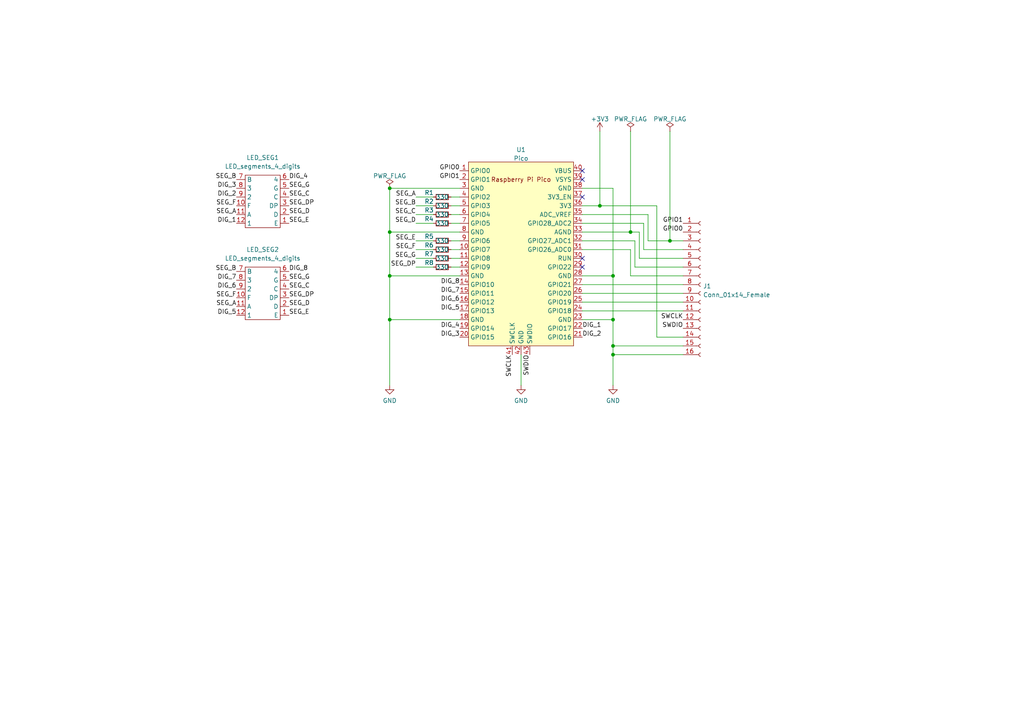
<source format=kicad_sch>
(kicad_sch (version 20211123) (generator eeschema)
  (paper "A4")
  (lib_symbols
    (symbol "Connector:Conn_01x16_Female" (pin_names (offset 1.016) hide)
      (property "Reference" "J" (at 0 20.32 0))
      (property "Value" "Conn_01x16_Female" (at 0 -22.86 0))
      (symbol "Conn_01x16_Female_1_1"
        (arc (start 0 -19.812) (mid -0.508 -20.32) (end 0 -20.828) (stroke (width 0.1524)))
        (arc (start 0 -17.272) (mid -0.508 -17.78) (end 0 -18.288) (stroke (width 0.1524)))
        (arc (start 0 -14.732) (mid -0.508 -15.24) (end 0 -15.748) (stroke (width 0.1524)))
        (arc (start 0 -12.192) (mid -0.508 -12.7) (end 0 -13.208) (stroke (width 0.1524)))
        (arc (start 0 -9.652) (mid -0.508 -10.16) (end 0 -10.668) (stroke (width 0.1524)))
        (arc (start 0 -7.112) (mid -0.508 -7.62) (end 0 -8.128) (stroke (width 0.1524)))
        (arc (start 0 -4.572) (mid -0.508 -5.08) (end 0 -5.588) (stroke (width 0.1524)))
        (arc (start 0 -2.032) (mid -0.508 -2.54) (end 0 -3.048) (stroke (width 0.1524)))
        (polyline (pts (xy -1.27 -20.32) (xy -0.508 -20.32)) (stroke (width 0.1524)))
        (polyline (pts (xy -1.27 -17.78) (xy -0.508 -17.78)) (stroke (width 0.1524)))
        (polyline (pts (xy -1.27 -15.24) (xy -0.508 -15.24)) (stroke (width 0.1524)))
        (polyline (pts (xy -1.27 -12.7) (xy -0.508 -12.7)) (stroke (width 0.1524)))
        (polyline (pts (xy -1.27 -10.16) (xy -0.508 -10.16)) (stroke (width 0.1524)))
        (polyline (pts (xy -1.27 -7.62) (xy -0.508 -7.62)) (stroke (width 0.1524)))
        (polyline (pts (xy -1.27 -5.08) (xy -0.508 -5.08)) (stroke (width 0.1524)))
        (polyline (pts (xy -1.27 -2.54) (xy -0.508 -2.54)) (stroke (width 0.1524)))
        (polyline (pts (xy -1.27 0) (xy -0.508 0)) (stroke (width 0.1524)))
        (polyline (pts (xy -1.27 2.54) (xy -0.508 2.54)) (stroke (width 0.1524)))
        (polyline (pts (xy -1.27 5.08) (xy -0.508 5.08)) (stroke (width 0.1524)))
        (polyline (pts (xy -1.27 7.62) (xy -0.508 7.62)) (stroke (width 0.1524)))
        (polyline (pts (xy -1.27 10.16) (xy -0.508 10.16)) (stroke (width 0.1524)))
        (polyline (pts (xy -1.27 12.7) (xy -0.508 12.7)) (stroke (width 0.1524)))
        (polyline (pts (xy -1.27 15.24) (xy -0.508 15.24)) (stroke (width 0.1524)))
        (polyline (pts (xy -1.27 17.78) (xy -0.508 17.78)) (stroke (width 0.1524)))
        (arc (start 0 0.508) (mid -0.508 0) (end 0 -0.508) (stroke (width 0.1524)))
        (arc (start 0 3.048) (mid -0.508 2.54) (end 0 2.032) (stroke (width 0.1524)))
        (arc (start 0 5.588) (mid -0.508 5.08) (end 0 4.572) (stroke (width 0.1524)))
        (arc (start 0 8.128) (mid -0.508 7.62) (end 0 7.112) (stroke (width 0.1524)))
        (arc (start 0 10.668) (mid -0.508 10.16) (end 0 9.652) (stroke (width 0.1524)))
        (arc (start 0 13.208) (mid -0.508 12.7) (end 0 12.192) (stroke (width 0.1524)))
        (arc (start 0 15.748) (mid -0.508 15.24) (end 0 14.732) (stroke (width 0.1524)))
        (arc (start 0 18.288) (mid -0.508 17.78) (end 0 17.272) (stroke (width 0.1524)))
        (pin passive line (at -5.08 17.78 0) (length 3.81) (name "Pin_1") (number "1"))
        (pin passive line (at -5.08 -5.08 0) (length 3.81) (name "Pin_10") (number "10"))
        (pin passive line (at -5.08 -7.62 0) (length 3.81) (name "Pin_11") (number "11"))
        (pin passive line (at -5.08 -10.16 0) (length 3.81) (name "Pin_12") (number "12"))
        (pin passive line (at -5.08 -12.7 0) (length 3.81) (name "Pin_13") (number "13"))
        (pin passive line (at -5.08 -15.24 0) (length 3.81) (name "Pin_14") (number "14"))
        (pin passive line (at -5.08 -17.78 0) (length 3.81) (name "Pin_15") (number "15"))
        (pin passive line (at -5.08 -20.32 0) (length 3.81) (name "Pin_16") (number "16"))
        (pin passive line (at -5.08 15.24 0) (length 3.81) (name "Pin_2") (number "2"))
        (pin passive line (at -5.08 12.7 0) (length 3.81) (name "Pin_3") (number "3"))
        (pin passive line (at -5.08 10.16 0) (length 3.81) (name "Pin_4") (number "4"))
        (pin passive line (at -5.08 7.62 0) (length 3.81) (name "Pin_5") (number "5"))
        (pin passive line (at -5.08 5.08 0) (length 3.81) (name "Pin_6") (number "6"))
        (pin passive line (at -5.08 2.54 0) (length 3.81) (name "Pin_7") (number "7"))
        (pin passive line (at -5.08 0 0) (length 3.81) (name "Pin_8") (number "8"))
        (pin passive line (at -5.08 -2.54 0) (length 3.81) (name "Pin_9") (number "9"))
      )
    )
    (symbol "Device:R_Small" (pin_numbers hide) (pin_names (offset 0.254) hide)
      (property "Reference" "R" (at 0.762 0.508 0))
      (property "Value" "R_Small" (at 0.762 -1.016 0))
      (symbol "R_Small_0_1"
        (rectangle (start -0.762 1.778) (end 0.762 -1.778) (stroke (width 0.2032)))
      )
      (symbol "R_Small_1_1"
        (pin passive line (at 0 2.54 270) (length 0.762) (name "~") (number "1"))
        (pin passive line (at 0 -2.54 90) (length 0.762) (name "~") (number "2"))
      )
    )
    (symbol "LED_segments:LED_segments_4_digits"
      (property "Reference" "LED_SEG" (at 0 2.54 0))
      (property "Value" "LED_segments_4_digits" (at 0 0 0))
      (symbol "LED_segments_4_digits_0_1"
        (rectangle (start -7.62 6.35) (end 7.62 -3.81) (stroke (width 0.1524)))
      )
      (symbol "LED_segments_4_digits_1_1"
        (pin input line (at -6.35 -6.35 90) (length 2.54) (name "E") (number "1"))
        (pin input line (at -1.27 8.89 270) (length 2.54) (name "F") (number "10"))
        (pin input line (at -3.81 8.89 270) (length 2.54) (name "A") (number "11"))
        (pin input line (at -6.35 8.89 270) (length 2.54) (name "1") (number "12"))
        (pin input line (at -3.81 -6.35 90) (length 2.54) (name "D") (number "2"))
        (pin input line (at -1.27 -6.35 90) (length 2.54) (name "DP") (number "3"))
        (pin input line (at 1.27 -6.35 90) (length 2.54) (name "C") (number "4"))
        (pin input line (at 3.81 -6.35 90) (length 2.54) (name "G") (number "5"))
        (pin input line (at 6.35 -6.35 90) (length 2.54) (name "4") (number "6"))
        (pin input line (at 6.35 8.89 270) (length 2.54) (name "B") (number "7"))
        (pin input line (at 3.81 8.89 270) (length 2.54) (name "3") (number "8"))
        (pin input line (at 1.27 8.89 270) (length 2.54) (name "2") (number "9"))
      )
    )
    (symbol "MCU_RaspberryPi_and_Boards:Pico"
      (property "Reference" "U" (at -13.97 27.94 0))
      (property "Value" "Pico" (at 0 19.05 0))
      (symbol "Pico_0_0"
        (text "Raspberry Pi Pico" (at 0 21.59 0) (effects (font (size 1.27 1.27))))
      )
      (symbol "Pico_0_1"
        (rectangle (start -15.24 26.67) (end 15.24 -26.67) (fill (type background)))
      )
      (symbol "Pico_1_1"
        (pin bidirectional line (at -17.78 24.13 0) (length 2.54) (name "GPIO0") (number "1"))
        (pin bidirectional line (at -17.78 1.27 0) (length 2.54) (name "GPIO7") (number "10"))
        (pin bidirectional line (at -17.78 -1.27 0) (length 2.54) (name "GPIO8") (number "11"))
        (pin bidirectional line (at -17.78 -3.81 0) (length 2.54) (name "GPIO9") (number "12"))
        (pin power_in line (at -17.78 -6.35 0) (length 2.54) (name "GND") (number "13"))
        (pin bidirectional line (at -17.78 -8.89 0) (length 2.54) (name "GPIO10") (number "14"))
        (pin bidirectional line (at -17.78 -11.43 0) (length 2.54) (name "GPIO11") (number "15"))
        (pin bidirectional line (at -17.78 -13.97 0) (length 2.54) (name "GPIO12") (number "16"))
        (pin bidirectional line (at -17.78 -16.51 0) (length 2.54) (name "GPIO13") (number "17"))
        (pin power_in line (at -17.78 -19.05 0) (length 2.54) (name "GND") (number "18"))
        (pin bidirectional line (at -17.78 -21.59 0) (length 2.54) (name "GPIO14") (number "19"))
        (pin bidirectional line (at -17.78 21.59 0) (length 2.54) (name "GPIO1") (number "2"))
        (pin bidirectional line (at -17.78 -24.13 0) (length 2.54) (name "GPIO15") (number "20"))
        (pin bidirectional line (at 17.78 -24.13 180) (length 2.54) (name "GPIO16") (number "21"))
        (pin bidirectional line (at 17.78 -21.59 180) (length 2.54) (name "GPIO17") (number "22"))
        (pin power_in line (at 17.78 -19.05 180) (length 2.54) (name "GND") (number "23"))
        (pin bidirectional line (at 17.78 -16.51 180) (length 2.54) (name "GPIO18") (number "24"))
        (pin bidirectional line (at 17.78 -13.97 180) (length 2.54) (name "GPIO19") (number "25"))
        (pin bidirectional line (at 17.78 -11.43 180) (length 2.54) (name "GPIO20") (number "26"))
        (pin bidirectional line (at 17.78 -8.89 180) (length 2.54) (name "GPIO21") (number "27"))
        (pin power_in line (at 17.78 -6.35 180) (length 2.54) (name "GND") (number "28"))
        (pin bidirectional line (at 17.78 -3.81 180) (length 2.54) (name "GPIO22") (number "29"))
        (pin power_in line (at -17.78 19.05 0) (length 2.54) (name "GND") (number "3"))
        (pin input line (at 17.78 -1.27 180) (length 2.54) (name "RUN") (number "30"))
        (pin bidirectional line (at 17.78 1.27 180) (length 2.54) (name "GPIO26_ADC0") (number "31"))
        (pin bidirectional line (at 17.78 3.81 180) (length 2.54) (name "GPIO27_ADC1") (number "32"))
        (pin power_in line (at 17.78 6.35 180) (length 2.54) (name "AGND") (number "33"))
        (pin bidirectional line (at 17.78 8.89 180) (length 2.54) (name "GPIO28_ADC2") (number "34"))
        (pin power_in line (at 17.78 11.43 180) (length 2.54) (name "ADC_VREF") (number "35"))
        (pin power_out line (at 17.78 13.97 180) (length 2.54) (name "3V3") (number "36"))
        (pin input line (at 17.78 16.51 180) (length 2.54) (name "3V3_EN") (number "37"))
        (pin power_in line (at 17.78 19.05 180) (length 2.54) (name "GND") (number "38"))
        (pin power_in line (at 17.78 21.59 180) (length 2.54) (name "VSYS") (number "39"))
        (pin bidirectional line (at -17.78 16.51 0) (length 2.54) (name "GPIO2") (number "4"))
        (pin power_in line (at 17.78 24.13 180) (length 2.54) (name "VBUS") (number "40"))
        (pin input line (at -2.54 -29.21 90) (length 2.54) (name "SWCLK") (number "41"))
        (pin power_in line (at 0 -29.21 90) (length 2.54) (name "GND") (number "42"))
        (pin bidirectional line (at 2.54 -29.21 90) (length 2.54) (name "SWDIO") (number "43"))
        (pin bidirectional line (at -17.78 13.97 0) (length 2.54) (name "GPIO3") (number "5"))
        (pin bidirectional line (at -17.78 11.43 0) (length 2.54) (name "GPIO4") (number "6"))
        (pin bidirectional line (at -17.78 8.89 0) (length 2.54) (name "GPIO5") (number "7"))
        (pin power_in line (at -17.78 6.35 0) (length 2.54) (name "GND") (number "8"))
        (pin bidirectional line (at -17.78 3.81 0) (length 2.54) (name "GPIO6") (number "9"))
      )
    )
    (symbol "power:+3.3V" (power) (pin_names (offset 0))
      (property "Value" "+3.3V" (at 0 3.556 0))
      (symbol "+3.3V_0_1"
        (polyline (pts (xy -0.762 1.27) (xy 0 2.54)))
        (polyline (pts (xy 0 0) (xy 0 2.54)))
        (polyline (pts (xy 0 2.54) (xy 0.762 1.27)))
      )
      (symbol "+3.3V_1_1"
        (pin power_in line (at 0 0 90) (length 0) hide (name "+3V3") (number "1"))
      )
    )
    (symbol "power:GND" (power) (pin_names (offset 0))
      (property "Value" "GND" (at 0 -3.81 0))
      (symbol "GND_0_1"
        (polyline (pts (xy 0 0) (xy 0 -1.27) (xy 1.27 -1.27) (xy 0 -2.54) (xy -1.27 -1.27) (xy 0 -1.27)))
      )
      (symbol "GND_1_1"
        (pin power_in line (at 0 0 270) (length 0) hide (name "GND") (number "1"))
      )
    )
    (symbol "power:PWR_FLAG" (power) (pin_numbers hide) (pin_names (offset 0) hide)
      (property "Value" "PWR_FLAG" (at 0 3.81 0))
      (symbol "PWR_FLAG_0_0"
        (pin power_out line (at 0 0 90) (length 0) (name "pwr") (number "1"))
      )
      (symbol "PWR_FLAG_0_1"
        (polyline (pts (xy 0 0) (xy 0 1.27) (xy -1.016 1.905) (xy 0 2.54) (xy 1.016 1.905) (xy 0 1.27)))
      )
    )
  )
  (junction (at 113.03 92.71))
  (junction (at 177.8 92.71))
  (junction (at 194.31 69.85))
  (junction (at 177.8 80.01))
  (junction (at 113.03 54.61))
  (junction (at 113.03 67.31))
  (junction (at 182.88 67.31))
  (junction (at 113.03 80.01))
  (junction (at 173.99 59.69))
  (junction (at 177.8 102.87))
  (junction (at 177.8 100.33))
  (no_connect (at 168.91 52.07))
  (no_connect (at 168.91 49.53))
  (no_connect (at 168.91 77.47))
  (no_connect (at 168.91 57.15))
  (no_connect (at 168.91 74.93))
  (wire (pts (xy 177.8 92.71) (xy 177.8 100.33)))
  (wire (pts (xy 168.91 82.55) (xy 198.12 82.55)))
  (wire (pts (xy 120.65 62.23) (xy 125.73 62.23)))
  (wire (pts (xy 151.13 102.87) (xy 151.13 111.76)))
  (wire (pts (xy 120.65 59.69) (xy 125.73 59.69)))
  (wire (pts (xy 120.65 64.77) (xy 125.73 64.77)))
  (wire (pts (xy 168.91 92.71) (xy 177.8 92.71)))
  (wire (pts (xy 130.81 59.69) (xy 133.35 59.69)))
  (wire (pts (xy 168.91 62.23) (xy 187.96 62.23)))
  (wire (pts (xy 187.96 62.23) (xy 187.96 69.85)))
  (wire (pts (xy 182.88 80.01) (xy 198.12 80.01)))
  (wire (pts (xy 130.81 57.15) (xy 133.35 57.15)))
  (wire (pts (xy 185.42 74.93) (xy 198.12 74.93)))
  (wire (pts (xy 190.5 97.79) (xy 198.12 97.79)))
  (wire (pts (xy 190.5 59.69) (xy 190.5 97.79)))
  (wire (pts (xy 168.91 90.17) (xy 198.12 90.17)))
  (wire (pts (xy 130.81 77.47) (xy 133.35 77.47)))
  (wire (pts (xy 185.42 67.31) (xy 185.42 74.93)))
  (wire (pts (xy 177.8 102.87) (xy 198.12 102.87)))
  (wire (pts (xy 120.65 57.15) (xy 125.73 57.15)))
  (wire (pts (xy 184.15 77.47) (xy 198.12 77.47)))
  (wire (pts (xy 113.03 80.01) (xy 133.35 80.01)))
  (wire (pts (xy 120.65 74.93) (xy 125.73 74.93)))
  (wire (pts (xy 168.91 69.85) (xy 184.15 69.85)))
  (wire (pts (xy 130.81 64.77) (xy 133.35 64.77)))
  (wire (pts (xy 177.8 80.01) (xy 177.8 92.71)))
  (wire (pts (xy 130.81 62.23) (xy 133.35 62.23)))
  (wire (pts (xy 168.91 80.01) (xy 177.8 80.01)))
  (wire (pts (xy 177.8 102.87) (xy 177.8 111.76)))
  (wire (pts (xy 194.31 38.1) (xy 194.31 69.85)))
  (wire (pts (xy 182.88 38.1) (xy 182.88 67.31)))
  (wire (pts (xy 130.81 69.85) (xy 133.35 69.85)))
  (wire (pts (xy 173.99 59.69) (xy 190.5 59.69)))
  (wire (pts (xy 168.91 67.31) (xy 182.88 67.31)))
  (wire (pts (xy 177.8 100.33) (xy 177.8 102.87)))
  (wire (pts (xy 168.91 85.09) (xy 198.12 85.09)))
  (wire (pts (xy 133.35 54.61) (xy 113.03 54.61)))
  (wire (pts (xy 168.91 54.61) (xy 177.8 54.61)))
  (wire (pts (xy 120.65 72.39) (xy 125.73 72.39)))
  (wire (pts (xy 182.88 67.31) (xy 185.42 67.31)))
  (wire (pts (xy 182.88 72.39) (xy 182.88 80.01)))
  (wire (pts (xy 177.8 54.61) (xy 177.8 80.01)))
  (wire (pts (xy 177.8 100.33) (xy 198.12 100.33)))
  (wire (pts (xy 133.35 67.31) (xy 113.03 67.31)))
  (wire (pts (xy 130.81 72.39) (xy 133.35 72.39)))
  (wire (pts (xy 130.81 74.93) (xy 133.35 74.93)))
  (wire (pts (xy 168.91 72.39) (xy 182.88 72.39)))
  (wire (pts (xy 186.69 72.39) (xy 198.12 72.39)))
  (wire (pts (xy 184.15 69.85) (xy 184.15 77.47)))
  (wire (pts (xy 173.99 38.1) (xy 173.99 59.69)))
  (wire (pts (xy 194.31 69.85) (xy 198.12 69.85)))
  (wire (pts (xy 168.91 64.77) (xy 186.69 64.77)))
  (wire (pts (xy 186.69 64.77) (xy 186.69 72.39)))
  (wire (pts (xy 113.03 80.01) (xy 113.03 92.71)))
  (wire (pts (xy 113.03 92.71) (xy 113.03 111.76)))
  (wire (pts (xy 187.96 69.85) (xy 194.31 69.85)))
  (wire (pts (xy 113.03 92.71) (xy 133.35 92.71)))
  (wire (pts (xy 120.65 69.85) (xy 125.73 69.85)))
  (wire (pts (xy 113.03 54.61) (xy 113.03 67.31)))
  (wire (pts (xy 120.65 77.47) (xy 125.73 77.47)))
  (wire (pts (xy 168.91 59.69) (xy 173.99 59.69)))
  (wire (pts (xy 168.91 87.63) (xy 198.12 87.63)))
  (wire (pts (xy 113.03 67.31) (xy 113.03 80.01)))
  (label "DIG_2" (at 68.58 57.15 180))
  (label "SWDIO" (at 198.12 95.25 180))
  (label "DIG_6" (at 68.58 83.82 180))
  (label "SEG_B" (at 120.65 59.69 180))
  (label "DIG_8" (at 133.35 82.55 180))
  (label "DIG_6" (at 133.35 87.63 180))
  (label "DIG_5" (at 68.58 91.44 180))
  (label "DIG_7" (at 133.35 85.09 180))
  (label "DIG_3" (at 133.35 97.79 180))
  (label "GPIO1" (at 198.12 64.77 180))
  (label "SEG_E" (at 120.65 69.85 180))
  (label "DIG_7" (at 68.58 81.28 180))
  (label "SEG_E" (at 83.82 64.77 0))
  (label "SEG_F" (at 68.58 86.36 180))
  (label "DIG_1" (at 168.91 95.25 0))
  (label "DIG_8" (at 83.82 78.74 0))
  (label "SEG_C" (at 120.65 62.23 180))
  (label "SEG_G" (at 83.82 81.28 0))
  (label "SEG_B" (at 68.58 52.07 180))
  (label "SEG_A" (at 120.65 57.15 180))
  (label "SEG_E" (at 83.82 91.44 0))
  (label "DIG_1" (at 68.58 64.77 180))
  (label "SEG_D" (at 120.65 64.77 180))
  (label "SEG_D" (at 83.82 62.23 0))
  (label "DIG_3" (at 68.58 54.61 180))
  (label "SEG_A" (at 68.58 88.9 180))
  (label "SEG_G" (at 83.82 54.61 0))
  (label "SEG_F" (at 68.58 59.69 180))
  (label "SEG_G" (at 120.65 74.93 180))
  (label "SWDIO" (at 153.67 102.87 270))
  (label "DIG_5" (at 133.35 90.17 180))
  (label "SEG_C" (at 83.82 83.82 0))
  (label "SWCLK" (at 148.59 102.87 270))
  (label "GPIO1" (at 133.35 52.07 180))
  (label "DIG_4" (at 83.82 52.07 0))
  (label "SEG_DP" (at 83.82 59.69 0))
  (label "SWCLK" (at 198.12 92.71 180))
  (label "SEG_A" (at 68.58 62.23 180))
  (label "SEG_DP" (at 120.65 77.47 180))
  (label "DIG_4" (at 133.35 95.25 180))
  (label "DIG_2" (at 168.91 97.79 0))
  (label "SEG_C" (at 83.82 57.15 0))
  (label "SEG_D" (at 83.82 88.9 0))
  (label "GPIO0" (at 198.12 67.31 180))
  (label "SEG_DP" (at 83.82 86.36 0))
  (label "SEG_B" (at 68.58 78.74 180))
  (label "SEG_F" (at 120.65 72.39 180))
  (label "GPIO0" (at 133.35 49.53 180))
  (symbol (lib_id "Device:R_Small") (at 128.27 57.15 90) (unit 1)
    (property "Reference" "R1" (at 124.46 55.88 90))
    (property "Value" "330" (at 128.27 57.15 90))
    (property "Footprint" "Resistor_THT:R_Axial_DIN0207_L6.3mm_D2.5mm_P7.62mm_Horizontal" (effects hide))
  )
  (symbol (lib_id "power:PWR_FLAG") (at 194.31 38.1 0) (unit 1)
    (property "Reference" "#FLG0102" (effects hide))
    (property "Value" "PWR_FLAG" (at 194.31 34.5242 0))
  )
  (symbol (lib_id "LED_segments:LED_segments_4_digits") (at 77.47 58.42 90) (unit 1)
    (property "Reference" "LED_SEG1" (at 76.2 45.72 90))
    (property "Value" "LED_segments_4_digits" (at 76.2 48.26 90))
    (property "Footprint" "LED_segments:LED_segments_4_digits" (effects hide))
  )
  (symbol (lib_id "power:GND") (at 151.13 111.76 0) (unit 1)
    (property "Reference" "#PWR0102" (effects hide))
    (property "Value" "GND" (at 151.13 116.2034 0))
  )
  (symbol (lib_id "Device:R_Small") (at 128.27 69.85 90) (unit 1)
    (property "Reference" "R5" (at 124.46 68.58 90))
    (property "Value" "330" (at 128.27 69.85 90))
    (property "Footprint" "Resistor_THT:R_Axial_DIN0207_L6.3mm_D2.5mm_P7.62mm_Horizontal" (effects hide))
  )
  (symbol (lib_id "power:GND") (at 177.8 111.76 0) (unit 1)
    (property "Reference" "#PWR01" (effects hide))
    (property "Value" "GND" (at 177.8 116.2034 0))
  )
  (symbol (lib_id "Device:R_Small") (at 128.27 59.69 90) (unit 1)
    (property "Reference" "R2" (at 124.46 58.42 90))
    (property "Value" "330" (at 128.27 59.69 90))
    (property "Footprint" "Resistor_THT:R_Axial_DIN0207_L6.3mm_D2.5mm_P7.62mm_Horizontal" (effects hide))
  )
  (symbol (lib_id "MCU_RaspberryPi_and_Boards:Pico") (at 151.13 73.66 0) (unit 1)
    (property "Reference" "U1" (at 151.13 43.4172 0))
    (property "Value" "Pico" (at 151.13 45.9541 0))
    (property "Footprint" "MCU_RaspberryPi_and_Boards:RPi_Pico_SMD_TH" (effects hide))
  )
  (symbol (lib_id "Device:R_Small") (at 128.27 62.23 90) (unit 1)
    (property "Reference" "R3" (at 124.46 60.96 90))
    (property "Value" "330" (at 128.27 62.23 90))
    (property "Footprint" "Resistor_THT:R_Axial_DIN0207_L6.3mm_D2.5mm_P7.62mm_Horizontal" (effects hide))
  )
  (symbol (lib_id "Device:R_Small") (at 128.27 77.47 90) (unit 1)
    (property "Reference" "R8" (at 124.46 76.2 90))
    (property "Value" "330" (at 128.27 77.47 90))
    (property "Footprint" "Resistor_THT:R_Axial_DIN0207_L6.3mm_D2.5mm_P7.62mm_Horizontal" (effects hide))
  )
  (symbol (lib_id "Device:R_Small") (at 128.27 74.93 90) (unit 1)
    (property "Reference" "R7" (at 124.46 73.66 90))
    (property "Value" "330" (at 128.27 74.93 90))
    (property "Footprint" "Resistor_THT:R_Axial_DIN0207_L6.3mm_D2.5mm_P7.62mm_Horizontal" (effects hide))
  )
  (symbol (lib_id "Device:R_Small") (at 128.27 64.77 90) (unit 1)
    (property "Reference" "R4" (at 124.46 63.5 90))
    (property "Value" "330" (at 128.27 64.77 90))
    (property "Footprint" "Resistor_THT:R_Axial_DIN0207_L6.3mm_D2.5mm_P7.62mm_Horizontal" (effects hide))
  )
  (symbol (lib_id "power:PWR_FLAG") (at 182.88 38.1 0) (unit 1)
    (property "Reference" "#FLG0103" (effects hide))
    (property "Value" "PWR_FLAG" (at 182.88 34.5242 0))
  )
  (symbol (lib_id "power:+3.3V") (at 173.99 38.1 0) (unit 1)
    (property "Reference" "#PWR02" (effects hide))
    (property "Value" "+3.3V" (at 173.99 34.5242 0))
  )
  (symbol (lib_id "power:PWR_FLAG") (at 113.03 54.61 0) (unit 1)
    (property "Reference" "#FLG01" (effects hide))
    (property "Value" "PWR_FLAG" (at 113.03 51.0342 0))
  )
  (symbol (lib_id "Device:R_Small") (at 128.27 72.39 90) (unit 1)
    (property "Reference" "R6" (at 124.46 71.12 90))
    (property "Value" "330" (at 128.27 72.39 90))
    (property "Footprint" "Resistor_THT:R_Axial_DIN0207_L6.3mm_D2.5mm_P7.62mm_Horizontal" (effects hide))
  )
  (symbol (lib_id "power:GND") (at 113.03 111.76 0) (unit 1)
    (property "Reference" "#PWR0101" (effects hide))
    (property "Value" "GND" (at 113.03 116.2034 0))
  )
  (symbol (lib_id "LED_segments:LED_segments_4_digits") (at 77.47 85.09 90) (unit 1)
    (property "Reference" "LED_SEG2" (at 76.2 72.39 90))
    (property "Value" "LED_segments_4_digits" (at 76.2 74.93 90))
    (property "Footprint" "LED_segments:LED_segments_4_digits" (effects hide))
  )
  (symbol (lib_id "Connector:Conn_01x16_Female") (at 203.2 82.55 0) (unit 1)
    (property "Reference" "J1" (at 203.9112 82.9853 0) (effects (justify left)))
    (property "Value" "Conn_01x14_Female" (at 203.9112 85.5222 0) (effects (justify left)))
    (property "Footprint" "Connector_PinHeader_2.54mm:PinHeader_1x16_P2.54mm_Vertical" (effects hide))
  )
)
</source>
